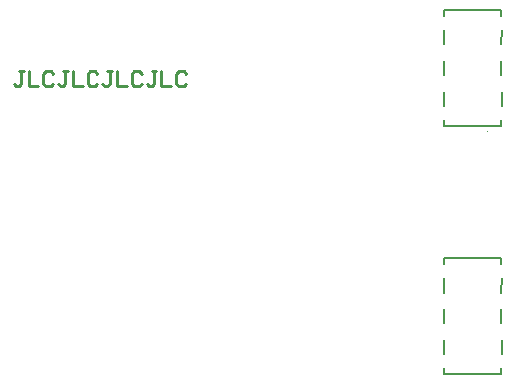
<source format=gto>
G04*
G04 #@! TF.GenerationSoftware,Altium Limited,Altium Designer,18.1.7 (191)*
G04*
G04 Layer_Color=65535*
%FSLAX44Y44*%
%MOMM*%
G71*
G01*
G75*
%ADD10C,0.1000*%
%ADD11C,0.2000*%
%ADD12C,0.2540*%
D10*
X322700Y60900D02*
G03*
X322700Y59900I0J-500D01*
G01*
D02*
G03*
X322700Y60900I0J500D01*
G01*
Y-149100D02*
G03*
X322700Y-150100I0J-500D01*
G01*
D02*
G03*
X322700Y-149100I0J500D01*
G01*
D11*
X285600Y66200D02*
Y70900D01*
Y66200D02*
X334400D01*
Y70900D01*
X285600Y158900D02*
Y163700D01*
X334400D01*
Y158900D02*
Y163700D01*
X285600Y82900D02*
Y94900D01*
X334700Y82900D02*
Y94900D01*
X285600Y108900D02*
Y120900D01*
X334400Y108900D02*
Y120900D01*
X285600Y134900D02*
Y146900D01*
X334400Y134900D02*
X334700Y146900D01*
X285600Y-143800D02*
Y-139100D01*
Y-143800D02*
X334400D01*
Y-139100D01*
X285600Y-51100D02*
Y-46300D01*
X334400D01*
Y-51100D02*
Y-46300D01*
X285600Y-127100D02*
Y-115100D01*
X334700Y-127100D02*
Y-115100D01*
X285600Y-101100D02*
Y-89100D01*
X334400Y-101100D02*
Y-89100D01*
X285600Y-75100D02*
Y-63100D01*
X334400Y-75100D02*
X334700Y-63100D01*
D12*
X-70151Y112248D02*
X-74317D01*
X-72234D01*
Y101835D01*
X-74317Y99752D01*
X-76399D01*
X-78482Y101835D01*
X-65986Y112248D02*
Y99752D01*
X-57655D01*
X-45159Y110165D02*
X-47242Y112248D01*
X-51407D01*
X-53490Y110165D01*
Y101835D01*
X-51407Y99752D01*
X-47242D01*
X-45159Y101835D01*
X-32663Y112248D02*
X-36829D01*
X-34746D01*
Y101835D01*
X-36829Y99752D01*
X-38911D01*
X-40994Y101835D01*
X-28498Y112248D02*
Y99752D01*
X-20167D01*
X-7671Y110165D02*
X-9754Y112248D01*
X-13919D01*
X-16002Y110165D01*
Y101835D01*
X-13919Y99752D01*
X-9754D01*
X-7671Y101835D01*
X4825Y112248D02*
X659D01*
X2742D01*
Y101835D01*
X659Y99752D01*
X-1423D01*
X-3506Y101835D01*
X8990Y112248D02*
Y99752D01*
X17320D01*
X29817Y110165D02*
X27734Y112248D01*
X23568D01*
X21486Y110165D01*
Y101835D01*
X23568Y99752D01*
X27734D01*
X29817Y101835D01*
X42312Y112248D02*
X38147D01*
X40230D01*
Y101835D01*
X38147Y99752D01*
X36065D01*
X33982Y101835D01*
X46478Y112248D02*
Y99752D01*
X54808D01*
X67304Y110165D02*
X65222Y112248D01*
X61056D01*
X58974Y110165D01*
Y101835D01*
X61056Y99752D01*
X65222D01*
X67304Y101835D01*
M02*

</source>
